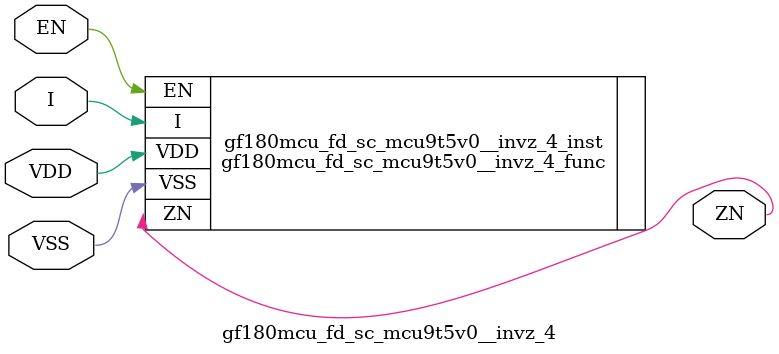
<source format=v>

module gf180mcu_fd_sc_mcu9t5v0__invz_4( EN, I, ZN, VDD, VSS );
input EN, I;
inout VDD, VSS;
output ZN;

   `ifdef FUNCTIONAL  //  functional //

	gf180mcu_fd_sc_mcu9t5v0__invz_4_func gf180mcu_fd_sc_mcu9t5v0__invz_4_behav_inst(.EN(EN),.I(I),.ZN(ZN),.VDD(VDD),.VSS(VSS));

   `else

	gf180mcu_fd_sc_mcu9t5v0__invz_4_func gf180mcu_fd_sc_mcu9t5v0__invz_4_inst(.EN(EN),.I(I),.ZN(ZN),.VDD(VDD),.VSS(VSS));

	// spec_gates_begin


	// spec_gates_end



   specify

	// specify_block_begin

	// comb arc EN --> ZN
	 (EN => ZN) = (1.0,1.0);

	// comb arc I --> ZN
	 (I => ZN) = (1.0,1.0);

	// specify_block_end

   endspecify

   `endif

endmodule

</source>
